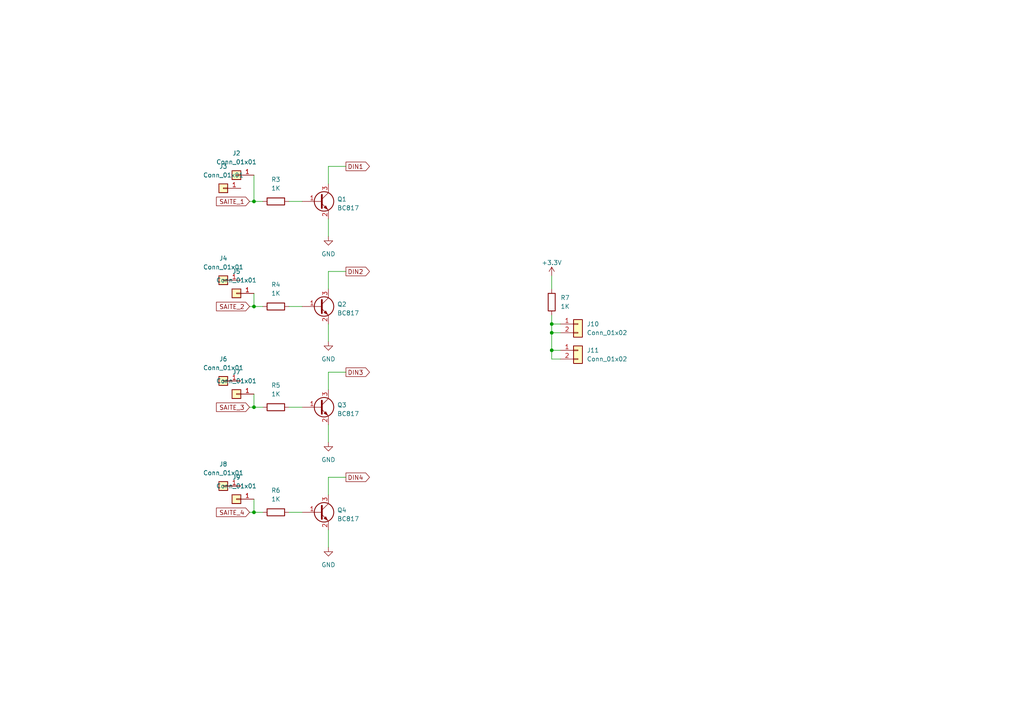
<source format=kicad_sch>
(kicad_sch (version 20230121) (generator eeschema)
  (paper "A4")
  (lib_symbols
    (symbol "Connector_Generic:Conn_01x01" (pin_names (offset 1.016) hide)
      (property "Reference" "J" (at 0 2.54 0))
      (property "Value" "Conn_01x01" (at 0 -2.54 0))
      (symbol "Conn_01x01_1_1"
        (rectangle (start -1.27 0.127) (end 0 -0.127) (stroke (width 0.1524)))
        (rectangle (start -1.27 1.27) (end 1.27 -1.27) (stroke (width 0.254)) (fill (type background)))
        (pin passive line (at -5.08 0 0) (length 3.81) (name "Pin_1") (number "1"))
      )
    )
    (symbol "Connector_Generic:Conn_01x02" (pin_names (offset 1.016) hide)
      (property "Reference" "J" (at 0 2.54 0))
      (property "Value" "Conn_01x02" (at 0 -5.08 0))
      (symbol "Conn_01x02_1_1"
        (rectangle (start -1.27 -2.413) (end 0 -2.667) (stroke (width 0.1524)))
        (rectangle (start -1.27 0.127) (end 0 -0.127) (stroke (width 0.1524)))
        (rectangle (start -1.27 1.27) (end 1.27 -3.81) (stroke (width 0.254)) (fill (type background)))
        (pin passive line (at -5.08 0 0) (length 3.81) (name "Pin_1") (number "1"))
        (pin passive line (at -5.08 -2.54 0) (length 3.81) (name "Pin_2") (number "2"))
      )
    )
    (symbol "Device:R" (pin_numbers hide) (pin_names (offset 0))
      (property "Reference" "R" (at 2.032 0 90))
      (property "Value" "R" (at 0 0 90))
      (symbol "R_0_1"
        (rectangle (start -1.016 -2.54) (end 1.016 2.54) (stroke (width 0.254)))
      )
      (symbol "R_1_1"
        (pin passive line (at 0 3.81 270) (length 1.27) (name "~") (number "1"))
        (pin passive line (at 0 -3.81 90) (length 1.27) (name "~") (number "2"))
      )
    )
    (symbol "Transistor_BJT:BC817" (pin_names (offset 0) hide)
      (property "Reference" "Q" (at 5.08 1.905 0))
      (property "Value" "BC817" (at 5.08 0 0))
      (symbol "BC817_0_1"
        (polyline (pts (xy 0.635 0.635) (xy 2.54 2.54)))
        (polyline (pts (xy 0.635 -0.635) (xy 2.54 -2.54) (xy 2.54 -2.54)))
        (polyline (pts (xy 0.635 1.905) (xy 0.635 -1.905) (xy 0.635 -1.905)) (stroke (width 0.508)))
        (polyline (pts (xy 1.27 -1.778) (xy 1.778 -1.27) (xy 2.286 -2.286) (xy 1.27 -1.778) (xy 1.27 -1.778)) (fill (type outline)))
        (circle (center 1.27 0) (radius 2.8194) (stroke (width 0.254)))
      )
      (symbol "BC817_1_1"
        (pin input line (at -5.08 0 0) (length 5.715) (name "B") (number "1"))
        (pin passive line (at 2.54 -5.08 90) (length 2.54) (name "E") (number "2"))
        (pin passive line (at 2.54 5.08 270) (length 2.54) (name "C") (number "3"))
      )
    )
    (symbol "power:+3.3V" (power) (pin_names (offset 0))
      (property "Value" "+3.3V" (at 0 3.556 0))
      (symbol "+3.3V_0_1"
        (polyline (pts (xy -0.762 1.27) (xy 0 2.54)))
        (polyline (pts (xy 0 0) (xy 0 2.54)))
        (polyline (pts (xy 0 2.54) (xy 0.762 1.27)))
      )
      (symbol "+3.3V_1_1"
        (pin power_in line (at 0 0 90) (length 0) hide (name "+3.3V") (number "1"))
      )
    )
    (symbol "power:GND" (power) (pin_names (offset 0))
      (property "Value" "GND" (at 0 -3.81 0))
      (symbol "GND_0_1"
        (polyline (pts (xy 0 0) (xy 0 -1.27) (xy 1.27 -1.27) (xy 0 -2.54) (xy -1.27 -1.27) (xy 0 -1.27)))
      )
      (symbol "GND_1_1"
        (pin power_in line (at 0 0 270) (length 0) hide (name "GND") (number "1"))
      )
    )
  )
  (junction (at 160.02 101.6))
  (junction (at 73.66 58.42))
  (junction (at 73.66 118.11))
  (junction (at 160.02 96.52))
  (junction (at 73.66 148.59))
  (junction (at 73.66 88.9))
  (junction (at 160.02 93.98))
  (wire (pts (xy 160.02 80.01) (xy 160.02 83.82)))
  (wire (pts (xy 73.66 50.8) (xy 73.66 58.42)))
  (wire (pts (xy 73.66 118.11) (xy 76.2 118.11)))
  (wire (pts (xy 73.66 114.3) (xy 73.66 118.11)))
  (wire (pts (xy 72.39 118.11) (xy 73.66 118.11)))
  (wire (pts (xy 162.56 93.98) (xy 160.02 93.98)))
  (wire (pts (xy 95.25 107.95) (xy 100.33 107.95)))
  (wire (pts (xy 95.25 53.34) (xy 95.25 48.26)))
  (wire (pts (xy 160.02 91.44) (xy 160.02 93.98)))
  (wire (pts (xy 160.02 101.6) (xy 160.02 104.14)))
  (wire (pts (xy 160.02 96.52) (xy 162.56 96.52)))
  (wire (pts (xy 83.82 88.9) (xy 87.63 88.9)))
  (wire (pts (xy 95.25 48.26) (xy 100.33 48.26)))
  (wire (pts (xy 95.25 123.19) (xy 95.25 128.27)))
  (wire (pts (xy 162.56 104.14) (xy 160.02 104.14)))
  (wire (pts (xy 72.39 58.42) (xy 73.66 58.42)))
  (wire (pts (xy 162.56 101.6) (xy 160.02 101.6)))
  (wire (pts (xy 72.39 88.9) (xy 73.66 88.9)))
  (wire (pts (xy 160.02 93.98) (xy 160.02 96.52)))
  (wire (pts (xy 83.82 58.42) (xy 87.63 58.42)))
  (wire (pts (xy 83.82 148.59) (xy 87.63 148.59)))
  (wire (pts (xy 95.25 93.98) (xy 95.25 99.06)))
  (wire (pts (xy 73.66 85.09) (xy 73.66 88.9)))
  (wire (pts (xy 73.66 148.59) (xy 76.2 148.59)))
  (wire (pts (xy 95.25 78.74) (xy 100.33 78.74)))
  (wire (pts (xy 95.25 143.51) (xy 95.25 138.43)))
  (wire (pts (xy 160.02 96.52) (xy 160.02 101.6)))
  (wire (pts (xy 73.66 144.78) (xy 73.66 148.59)))
  (wire (pts (xy 72.39 148.59) (xy 73.66 148.59)))
  (wire (pts (xy 95.25 83.82) (xy 95.25 78.74)))
  (wire (pts (xy 95.25 153.67) (xy 95.25 158.75)))
  (wire (pts (xy 73.66 88.9) (xy 76.2 88.9)))
  (wire (pts (xy 95.25 113.03) (xy 95.25 107.95)))
  (wire (pts (xy 73.66 58.42) (xy 76.2 58.42)))
  (wire (pts (xy 95.25 63.5) (xy 95.25 68.58)))
  (wire (pts (xy 83.82 118.11) (xy 87.63 118.11)))
  (wire (pts (xy 95.25 138.43) (xy 100.33 138.43)))
  (global_label "SAITE_3" (shape input) (at 72.39 118.11 180) (property "Intersheetrefs" "${INTERSHEET_REFS}" (effects hide)))
  (global_label "DIN4" (shape output) (at 100.33 138.43 0) (property "Intersheetrefs" "${INTERSHEET_REFS}" (effects hide)))
  (global_label "SAITE_4" (shape input) (at 72.39 148.59 180) (property "Intersheetrefs" "${INTERSHEET_REFS}" (effects hide)))
  (global_label "SAITE_2" (shape input) (at 72.39 88.9 180) (property "Intersheetrefs" "${INTERSHEET_REFS}" (effects hide)))
  (global_label "DIN3" (shape output) (at 100.33 107.95 0) (property "Intersheetrefs" "${INTERSHEET_REFS}" (effects hide)))
  (global_label "SAITE_1" (shape input) (at 72.39 58.42 180) (property "Intersheetrefs" "${INTERSHEET_REFS}" (effects hide)))
  (global_label "DIN1" (shape output) (at 100.33 48.26 0) (property "Intersheetrefs" "${INTERSHEET_REFS}" (effects hide)))
  (global_label "DIN2" (shape output) (at 100.33 78.74 0) (property "Intersheetrefs" "${INTERSHEET_REFS}" (effects hide)))
  (symbol (lib_id "power:GND") (at 95.25 99.06 0) (unit 1)
    (property "Reference" "#PWR015" (effects hide))
    (property "Value" "GND" (at 95.25 104.14 0))
  )
  (symbol (lib_id "power:GND") (at 95.25 158.75 0) (unit 1)
    (property "Reference" "#PWR018" (effects hide))
    (property "Value" "GND" (at 95.25 163.83 0))
  )
  (symbol (lib_id "Connector_Generic:Conn_01x01") (at 68.58 50.8 180) (unit 1)
    (property "Reference" "J2" (at 68.58 44.45 0))
    (property "Value" "Conn_01x01" (at 68.58 46.99 0))
    (property "Footprint" "Connector_PinHeader_2.54mm:PinHeader_1x01_P2.54mm_Vertical" (effects hide))
  )
  (symbol (lib_id "Transistor_BJT:BC817") (at 92.71 148.59 0) (unit 1)
    (property "Reference" "Q4" (at 97.79 147.955 0) (effects (justify left)))
    (property "Value" "BC817" (at 97.79 150.495 0) (effects (justify left)))
    (property "Footprint" "Package_TO_SOT_SMD:SOT-23_Handsoldering" (effects hide))
    (property "Datasheet" "https://www.onsemi.com/pub/Collateral/BC818-D.pdf" (effects hide))
  )
  (symbol (lib_id "Connector_Generic:Conn_01x01") (at 64.77 81.28 180) (unit 1)
    (property "Reference" "J4" (at 64.77 74.93 0))
    (property "Value" "Conn_01x01" (at 64.77 77.47 0))
    (property "Footprint" "Connector_PinHeader_2.54mm:PinHeader_1x01_P2.54mm_Vertical" (effects hide))
  )
  (symbol (lib_id "power:GND") (at 95.25 128.27 0) (unit 1)
    (property "Reference" "#PWR016" (effects hide))
    (property "Value" "GND" (at 95.25 133.35 0))
  )
  (symbol (lib_id "Device:R") (at 80.01 148.59 90) (unit 1)
    (property "Reference" "R6" (at 80.01 142.24 90))
    (property "Value" "1K" (at 80.01 144.78 90))
    (property "Footprint" "Resistor_SMD:R_0805_2012Metric_Pad1.20x1.40mm_HandSolder" (effects hide))
  )
  (symbol (lib_id "Connector_Generic:Conn_01x01") (at 68.58 114.3 180) (unit 1)
    (property "Reference" "J7" (at 68.58 107.95 0))
    (property "Value" "Conn_01x01" (at 68.58 110.49 0))
    (property "Footprint" "Connector_PinHeader_2.54mm:PinHeader_1x01_P2.54mm_Vertical" (effects hide))
  )
  (symbol (lib_id "Connector_Generic:Conn_01x02") (at 167.64 93.98 0) (unit 1)
    (property "Reference" "J10" (at 170.18 93.98 0) (effects (justify left)))
    (property "Value" "Conn_01x02" (at 170.18 96.52 0) (effects (justify left)))
    (property "Footprint" "Connector_PinHeader_2.54mm:PinHeader_1x02_P2.54mm_Vertical" (effects hide))
  )
  (symbol (lib_id "Device:R") (at 80.01 88.9 90) (unit 1)
    (property "Reference" "R4" (at 80.01 82.55 90))
    (property "Value" "1K" (at 80.01 85.09 90))
    (property "Footprint" "Resistor_SMD:R_0805_2012Metric_Pad1.20x1.40mm_HandSolder" (effects hide))
  )
  (symbol (lib_id "Connector_Generic:Conn_01x01") (at 68.58 144.78 180) (unit 1)
    (property "Reference" "J9" (at 68.58 138.43 0))
    (property "Value" "Conn_01x01" (at 68.58 140.97 0))
    (property "Footprint" "Connector_PinHeader_2.54mm:PinHeader_1x01_P2.54mm_Vertical" (effects hide))
  )
  (symbol (lib_id "power:GND") (at 95.25 68.58 0) (unit 1)
    (property "Reference" "#PWR013" (effects hide))
    (property "Value" "GND" (at 95.25 73.66 0))
  )
  (symbol (lib_id "Device:R") (at 80.01 58.42 90) (unit 1)
    (property "Reference" "R3" (at 80.01 52.07 90))
    (property "Value" "1K" (at 80.01 54.61 90))
    (property "Footprint" "Resistor_SMD:R_0805_2012Metric_Pad1.20x1.40mm_HandSolder" (effects hide))
  )
  (symbol (lib_id "Connector_Generic:Conn_01x01") (at 64.77 54.61 180) (unit 1)
    (property "Reference" "J3" (at 64.77 48.26 0))
    (property "Value" "Conn_01x01" (at 64.77 50.8 0))
    (property "Footprint" "Connector_PinHeader_2.54mm:PinHeader_1x01_P2.54mm_Vertical" (effects hide))
  )
  (symbol (lib_id "power:+3.3V") (at 160.02 80.01 0) (unit 1)
    (property "Reference" "#PWR020" (effects hide))
    (property "Value" "+3.3V" (at 160.02 76.2 0))
  )
  (symbol (lib_id "Connector_Generic:Conn_01x01") (at 64.77 140.97 180) (unit 1)
    (property "Reference" "J8" (at 64.77 134.62 0))
    (property "Value" "Conn_01x01" (at 64.77 137.16 0))
    (property "Footprint" "Connector_PinHeader_2.54mm:PinHeader_1x01_P2.54mm_Vertical" (effects hide))
  )
  (symbol (lib_id "Connector_Generic:Conn_01x02") (at 167.64 101.6 0) (unit 1)
    (property "Reference" "J11" (at 170.18 101.6 0) (effects (justify left)))
    (property "Value" "Conn_01x02" (at 170.18 104.14 0) (effects (justify left)))
    (property "Footprint" "Connector_PinHeader_2.54mm:PinHeader_1x02_P2.54mm_Vertical" (effects hide))
  )
  (symbol (lib_id "Connector_Generic:Conn_01x01") (at 68.58 85.09 180) (unit 1)
    (property "Reference" "J5" (at 68.58 78.74 0))
    (property "Value" "Conn_01x01" (at 68.58 81.28 0))
    (property "Footprint" "Connector_PinHeader_2.54mm:PinHeader_1x01_P2.54mm_Vertical" (effects hide))
  )
  (symbol (lib_id "Connector_Generic:Conn_01x01") (at 64.77 110.49 180) (unit 1)
    (property "Reference" "J6" (at 64.77 104.14 0))
    (property "Value" "Conn_01x01" (at 64.77 106.68 0))
    (property "Footprint" "Connector_PinHeader_2.54mm:PinHeader_1x01_P2.54mm_Vertical" (effects hide))
  )
  (symbol (lib_id "Transistor_BJT:BC817") (at 92.71 58.42 0) (unit 1)
    (property "Reference" "Q1" (at 97.79 57.785 0) (effects (justify left)))
    (property "Value" "BC817" (at 97.79 60.325 0) (effects (justify left)))
    (property "Footprint" "Package_TO_SOT_SMD:SOT-23_Handsoldering" (effects hide))
    (property "Datasheet" "https://www.onsemi.com/pub/Collateral/BC818-D.pdf" (effects hide))
  )
  (symbol (lib_id "Transistor_BJT:BC817") (at 92.71 88.9 0) (unit 1)
    (property "Reference" "Q2" (at 97.79 88.265 0) (effects (justify left)))
    (property "Value" "BC817" (at 97.79 90.805 0) (effects (justify left)))
    (property "Footprint" "Package_TO_SOT_SMD:SOT-23_Handsoldering" (effects hide))
    (property "Datasheet" "https://www.onsemi.com/pub/Collateral/BC818-D.pdf" (effects hide))
  )
  (symbol (lib_id "Transistor_BJT:BC817") (at 92.71 118.11 0) (unit 1)
    (property "Reference" "Q3" (at 97.79 117.475 0) (effects (justify left)))
    (property "Value" "BC817" (at 97.79 120.015 0) (effects (justify left)))
    (property "Footprint" "Package_TO_SOT_SMD:SOT-23_Handsoldering" (effects hide))
    (property "Datasheet" "https://www.onsemi.com/pub/Collateral/BC818-D.pdf" (effects hide))
  )
  (symbol (lib_id "Device:R") (at 80.01 118.11 90) (unit 1)
    (property "Reference" "R5" (at 80.01 111.76 90))
    (property "Value" "1K" (at 80.01 114.3 90))
    (property "Footprint" "Resistor_SMD:R_0805_2012Metric_Pad1.20x1.40mm_HandSolder" (effects hide))
  )
  (symbol (lib_id "Device:R") (at 160.02 87.63 180) (unit 1)
    (property "Reference" "R7" (at 162.56 86.36 0) (effects (justify right)))
    (property "Value" "1K" (at 162.56 88.9 0) (effects (justify right)))
    (property "Footprint" "Resistor_SMD:R_0805_2012Metric_Pad1.20x1.40mm_HandSolder" (effects hide))
  )
)
</source>
